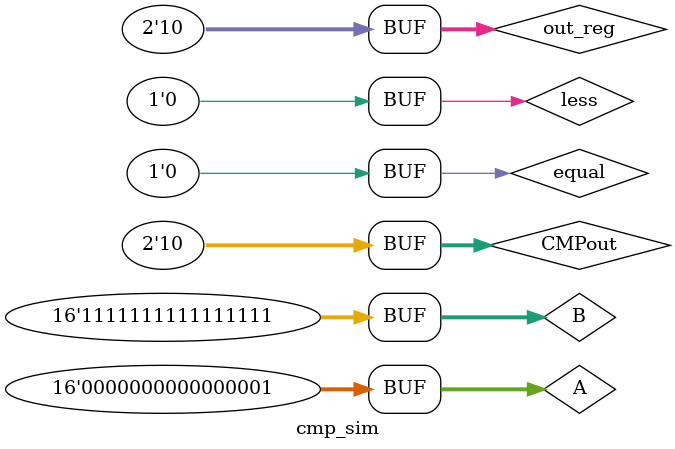
<source format=v>
`timescale 1ns / 1ps

`define COMP_EQ 2'b00
`define COMP_LE 2'b01
`define COMP_GE 2'b10

module cmp_sim;

reg [15: 0]    A;
reg [15: 0]    B;
wire [1: 0]     CMPout;
           
initial
begin
    A = 1;
    B = 2;
    #10;
    A = 3;
    B = 4;   
    #10;
    A = 32767;
    B = 5;   
    #10;
    A = 8;
    B = 2;   
    #10;
    A = -32767;
    B = -5;   
    #10;
    A = 1;
    B = -1;   
end

wire equal;
wire less;
reg [1: 0] out_reg;

/***************************************************************
                        ÔËËã
****************************************************************/

// ±È½ÏÔËËã
assign equal = ($signed(A) == $signed(B)) ? 1'b1 : 1'b0;
assign less  = ($signed(A) <  $signed(B)) ? 1'b1 : 1'b0;

/***************************************************************
                        Êä³öÑ¡Ôñ
****************************************************************/

assign CMPout = out_reg;

always @(*) begin
    if (equal) begin
        out_reg = `COMP_EQ;
    end
    else if (less) begin
        out_reg = `COMP_LE;
    end
    else begin
        out_reg = `COMP_GE;
    end
end

endmodule

</source>
